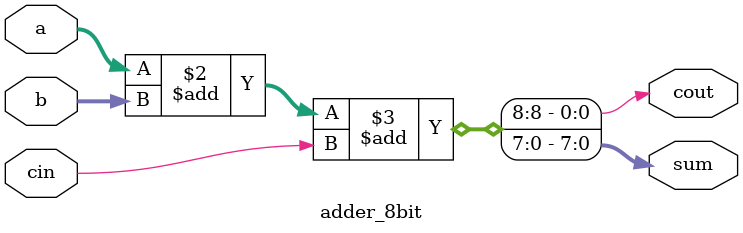
<source format=sv>
module top_module (
    input [254:0] in,
    output reg [7:0] out
);

// Perform population count in a tree-like structure
wire [7:0] count1, count2, count3, count4, count5, count6, count7, count8;

// First layer (input to 8 groups of 32-bit counters)
popcount_32 pc1 (.in(in[31:0]),   .out(count1));
popcount_32 pc2 (.in(in[63:32]),  .out(count2));
popcount_32 pc3 (.in(in[95:64]),  .out(count3));
popcount_32 pc4 (.in(in[127:96]), .out(count4));
popcount_32 pc5 (.in(in[159:128]), .out(count5));
popcount_32 pc6 (.in(in[191:160]), .out(count6));
popcount_32 pc7 (.in(in[223:192]), .out(count7));
popcount_32 pc8 (.in(in[254:224]), .out(count8));

// Second layer (add the 8 group counts)
wire [7:0] sum1, sum2;
adder_8bit a1 (.a(count1), .b(count2), .cin(1'b0), .sum(sum1), .cout());
adder_8bit a2 (.a(count3), .b(count4), .cin(1'b0), .sum(sum2), .cout());

wire [7:0] sum3, sum4;
adder_8bit a3 (.a(count5), .b(count6), .cin(1'b0), .sum(sum3), .cout());
adder_8bit a4 (.a(count7), .b(count8), .cin(1'b0), .sum(sum4), .cout());

// Third layer (add the 4 sums)
wire [7:0] final_sum;
adder_8bit a5 (.a(sum1), .b(sum2), .cin(1'b0), .sum(final_sum), .cout());

always @(*) begin
    out = final_sum;
end

endmodule
module popcount_32 (
    input [31:0] in,
    output reg [7:0] out
);

integer i;
always @(*) begin
    out = 0;
    for (i = 0; i < 32; i = i + 1) begin
        out = out + in[i];
    end
end

endmodule
module adder_8bit (
    input [7:0] a,
    input [7:0] b,
    input cin,
    output [7:0] sum,
    output cout
);

assign {cout, sum} = a + b + cin;

endmodule

</source>
